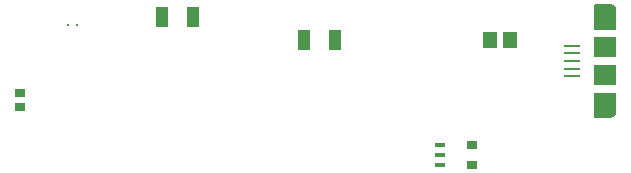
<source format=gtp>
G04*
G04 #@! TF.GenerationSoftware,Altium Limited,Altium Designer,20.0.2 (26)*
G04*
G04 Layer_Color=8421504*
%FSLAX25Y25*%
%MOIN*%
G70*
G01*
G75*
%ADD13R,0.07480X0.07087*%
%ADD14R,0.05315X0.00675*%
%ADD15R,0.05315X0.00575*%
%ADD16R,0.04724X0.05709*%
%ADD17R,0.03740X0.02559*%
%ADD18R,0.03740X0.01259*%
%ADD19R,0.04331X0.06693*%
%ADD20R,0.01072X0.01072*%
%ADD21R,0.03197X0.02985*%
G36*
X361240Y258337D02*
Y257945D01*
X360941Y257222D01*
X360387Y256668D01*
X359663Y256368D01*
X354706D01*
X354272Y256548D01*
X353940Y256880D01*
X353760Y257314D01*
Y257549D01*
Y264970D01*
X361240D01*
Y258337D01*
D02*
G37*
G36*
X360387Y294277D02*
X360941Y293723D01*
X361240Y293000D01*
Y292608D01*
Y285974D01*
X353760D01*
Y293396D01*
Y293631D01*
X353940Y294065D01*
X354272Y294397D01*
X354706Y294577D01*
X359663D01*
X360387Y294277D01*
D02*
G37*
D13*
X357500Y280000D02*
D03*
Y270945D02*
D03*
D14*
X346457Y270354D02*
D03*
Y280591D02*
D03*
Y272913D02*
D03*
Y275472D02*
D03*
D15*
Y278032D02*
D03*
D16*
X319154Y282500D02*
D03*
X325846D02*
D03*
D17*
X313327Y247500D02*
D03*
Y240807D02*
D03*
D18*
X302500D02*
D03*
Y244154D02*
D03*
Y247500D02*
D03*
D19*
X267618Y282500D02*
D03*
X257382D02*
D03*
X209882Y290000D02*
D03*
X220118D02*
D03*
D20*
X178425Y287500D02*
D03*
X181575D02*
D03*
D21*
X162500Y264937D02*
D03*
Y260000D02*
D03*
M02*

</source>
